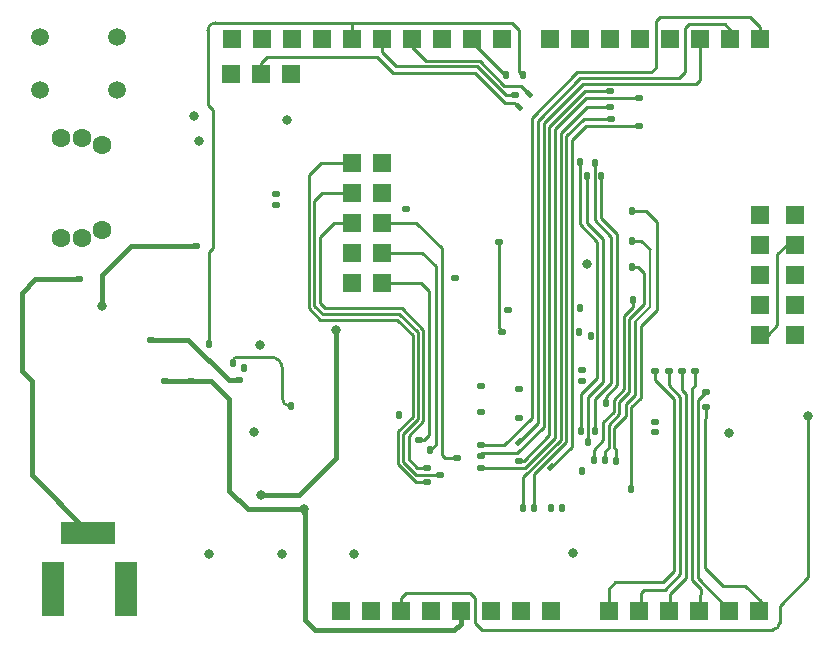
<source format=gbl>
G04 DesignSpark PCB Gerber Version 13.0 Build *
%FSLAX35Y35*%
%MOMM*%
%AMT26*0 Rounded Rectangle Pad at angle 0*4,1,32,-0.07500,-0.32500,0.07500,-0.32500,0.10830,-0.32120,0.13990,-0.31010,0.16830,-0.29220,0.19200,-0.26850,0.20980,-0.24010,0.22090,-0.20840,0.22500,-0.17500,0.22500,0.17500,0.22120,0.20830,0.21010,0.23990,0.19220,0.26830,0.16850,0.29200,0.14010,0.30980,0.10840,0.32090,0.07500,0.32500,-0.07500,0.32500,-0.10830,0.32120,-0.13990,0.31010,-0.16830,0.29220,-0.19200,0.26850,-0.20980,0.24010,-0.22090,0.20840,-0.22500,0.17500,-0.22500,-0.17500,-0.22120,-0.20830,-0.21010,-0.23990,-0.19220,-0.26830,-0.16850,-0.29200,-0.14010,-0.30980,-0.10840,-0.32090,-0.07500,-0.32500,0*%
%ADD26T26*%
%AMT29*0 Rounded Rectangle Pad at angle 0*4,1,20,-0.90000,-2.30000,0.90000,-2.30000,0.91910,-2.29610,0.93520,-2.28520,0.94590,-2.26900,0.95000,-2.25000,0.95000,2.25000,0.94610,2.26910,0.93520,2.28520,0.91900,2.29590,0.90000,2.30000,-0.90000,2.30000,-0.91910,2.29610,-0.93520,2.28520,-0.94590,2.26900,-0.95000,2.25000,-0.95000,-2.25000,-0.94610,-2.26910,-0.93520,-2.28520,-0.91900,-2.29590,-0.90000,-2.30000,0*%
%ADD29T29*%
%ADD77R,1.52400X1.52400*%
%ADD70C,0.20320*%
%ADD20C,0.25400*%
%ADD22C,0.38100*%
%ADD23C,0.81280*%
%AMT28*0 Rounded Rectangle Pad at angle 45*4,1,32,0.17670,-0.28280,0.28280,-0.17670,0.30370,-0.15040,0.31820,-0.12010,0.32560,-0.08730,0.32550,-0.05370,0.31790,-0.02100,0.30330,0.00910,0.28280,0.03530,0.03530,0.28280,0.00900,0.30370,-0.02120,0.31820,-0.05390,0.32560,-0.08740,0.32560,-0.12000,0.31810,-0.15020,0.30350,-0.17670,0.28280,-0.28280,0.17670,-0.30370,0.15040,-0.31820,0.12010,-0.32560,0.08730,-0.32550,0.05370,-0.31790,0.02100,-0.30330,-0.00910,-0.28280,-0.03530,-0.03530,-0.28280,-0.00900,-0.30370,0.02120,-0.31820,0.05390,-0.32560,0.08740,-0.32560,0.12000,-0.31810,0.15020,-0.30350,0.17670,-0.28280,0*%
%ADD28T28*%
%AMT25*0 Rounded Rectangle Pad at angle 90*4,1,32,0.32500,-0.07500,0.32500,0.07500,0.32120,0.10830,0.31010,0.13990,0.29220,0.16830,0.26850,0.19200,0.24010,0.20980,0.20840,0.22090,0.17500,0.22500,-0.17500,0.22500,-0.20830,0.22120,-0.23990,0.21010,-0.26830,0.19220,-0.29200,0.16850,-0.30980,0.14010,-0.32090,0.10840,-0.32500,0.07500,-0.32500,-0.07500,-0.32120,-0.10830,-0.31010,-0.13990,-0.29220,-0.16830,-0.26850,-0.19200,-0.24010,-0.20980,-0.20840,-0.22090,-0.17500,-0.22500,0.17500,-0.22500,0.20830,-0.22120,0.23990,-0.21010,0.26830,-0.19220,0.29200,-0.16850,0.30980,-0.14010,0.32090,-0.10840,0.32500,-0.07500,0*%
%ADD25T25*%
%AMT27*0 Rounded Rectangle Pad at angle 135*4,1,32,0.28280,0.17670,0.17670,0.28280,0.15040,0.30370,0.12010,0.31820,0.08730,0.32560,0.05370,0.32550,0.02100,0.31790,-0.00910,0.30330,-0.03530,0.28280,-0.28280,0.03530,-0.30370,0.00900,-0.31820,-0.02120,-0.32560,-0.05390,-0.32560,-0.08740,-0.31810,-0.12000,-0.30350,-0.15020,-0.28280,-0.17670,-0.17670,-0.28280,-0.15040,-0.30370,-0.12010,-0.31820,-0.08730,-0.32560,-0.05370,-0.32550,-0.02100,-0.31790,0.00910,-0.30330,0.03530,-0.28280,0.28280,-0.03530,0.30370,-0.00900,0.31820,0.02120,0.32560,0.05390,0.32560,0.08740,0.31810,0.12000,0.30350,0.15020,0.28280,0.17670,0*%
%ADD27T27*%
%AMT72*0 Rounded Rectangle Pad at angle 90*4,1,20,2.30000,-0.90000,2.30000,0.90000,2.29610,0.91910,2.28520,0.93520,2.26900,0.94590,2.25000,0.95000,-2.25000,0.95000,-2.26910,0.94610,-2.28520,0.93520,-2.29590,0.91900,-2.30000,0.90000,-2.30000,-0.90000,-2.29610,-0.91910,-2.28520,-0.93520,-2.26900,-0.94590,-2.25000,-0.95000,2.25000,-0.95000,2.26910,-0.94610,2.28520,-0.93520,2.29590,-0.91900,2.30000,-0.90000,0*%
%ADD72T72*%
%ADD94C,1.50000*%
%ADD85C,1.60000*%
X0Y0D02*
D02*
D70*
X47708050Y46362770D02*
Y45875070D01*
X47580750Y45747770D01*
D02*
D20*
X43975050Y45560270D02*
Y46337270D01*
X44010550Y46372770D01*
Y47540270D01*
X43965550Y47585270D01*
Y48215270D01*
G75*
G02*
X44030550Y48280270I65000J0D01*
G01*
X45214050D01*
X45215050Y48281270D01*
X45228050D01*
X44670550Y45035270D02*
X44658050D01*
G75*
G02*
X44598050Y45095270I0J60000D01*
G01*
Y45350270D01*
G75*
G03*
X44500550Y45447770I-97500J0D01*
G01*
X44217050D01*
G75*
G03*
X44177050Y45407770I0J-40000D01*
G01*
Y45402270D01*
X45186600Y48144000D02*
X45185550Y48255270D01*
Y48280270D01*
X45186600Y48281270D01*
X45228050D01*
X46541050D01*
X46601050Y48221270D01*
Y47859270D01*
X46627050Y47833270D01*
X46633050D01*
X45440600Y46077770D02*
X45773050D01*
X45840550Y46010270D01*
Y44790670D01*
X45795550Y44745670D01*
X45755550D01*
X45440600Y46331770D02*
X45781550D01*
X45895550Y46217770D01*
Y44707770D01*
X45848050Y44660270D01*
X45440600Y46585770D02*
X45732550D01*
X45948050Y46370270D01*
Y44617770D01*
X45975550Y44590270D01*
X46073050D01*
X45694600Y48144000D02*
Y48073720D01*
X45812050Y47956270D01*
X46267050D01*
X46477050Y47746270D01*
X46622050D01*
X46688050Y47680270D01*
X45823050Y44392770D02*
X45726350D01*
X45575150Y44543970D01*
Y44819070D01*
X45700150Y44944070D01*
Y45634370D01*
X45569250Y45765270D01*
X44919250D01*
X44822650Y45861870D01*
Y46987770D01*
X44928650Y47093770D01*
X45186600D01*
X45825550Y44510270D02*
X45737250D01*
X45665950Y44581570D01*
Y44781470D01*
X45790950Y44906470D01*
Y45678670D01*
X45606850Y45862770D01*
X44956850D01*
X44913450Y45906170D01*
Y46465270D01*
X45033950Y46585770D01*
X45186600D01*
X45930550Y44450270D02*
X45733050D01*
X45620550Y44562770D01*
Y44800270D01*
X45745550Y44925270D01*
Y45657770D01*
X45588050Y45815270D01*
X44938050D01*
X44868050Y45885270D01*
Y46770270D01*
X44937550Y46839770D01*
X45186600D01*
X46202600Y48144000D02*
Y48115720D01*
X46485050Y47833270D01*
X46491050D01*
X46460550Y45662770D02*
Y45667770D01*
X46428050Y45700270D01*
Y46420270D01*
X46568050Y47670270D02*
X46487050D01*
X46248050Y47909270D01*
X45560600D01*
X45440600Y48029270D01*
Y48144000D01*
X46598050Y47562770D02*
X46558050Y47602770D01*
X46483050D01*
X46230550Y47855270D01*
X45535550D01*
X45403050Y47987770D01*
X44469550D01*
X44419550Y47937770D01*
Y47847770D01*
X46875550Y44515270D02*
X47049950Y44689670D01*
Y47284670D01*
X47168050Y47402770D01*
X47621050D01*
X47128050Y44820270D02*
Y45132070D01*
X47265050Y45269070D01*
Y46170270D01*
X47265550Y46170770D01*
Y46422770D01*
X47115550Y46572770D01*
Y47097770D01*
X47188050Y44730270D02*
Y45113270D01*
X47315050Y45240270D01*
Y46122770D01*
X47315550Y46123270D01*
Y46445270D01*
X47178050Y46582770D01*
Y46977770D01*
X47248050Y44820270D02*
Y45096470D01*
X47383050Y45231470D01*
Y46465270D01*
X47240550Y46607770D01*
Y47095270D01*
X47338050Y45056270D02*
Y45113270D01*
X47433050Y45208270D01*
Y46490270D01*
X47298050Y46625270D01*
Y46977770D01*
X47361000Y43301000D02*
Y43485720D01*
X47415550Y43540270D01*
X47818050D01*
X47913050Y43635270D01*
Y45097040D01*
X47754820Y45255270D01*
Y45329270D01*
X47373050Y47567770D02*
X47177450D01*
X46953050Y47343370D01*
Y44748070D01*
X46637050Y44432070D01*
Y44170270D01*
X47373050Y47700270D02*
X47160550D01*
X46858050Y47397770D01*
Y44785670D01*
X46645150Y44572770D01*
X46603050D01*
X47378050Y47465270D02*
X47148050D01*
X47000550Y47317770D01*
Y44729270D01*
X46728050Y44456770D01*
Y44170270D01*
X47555550Y46212770D02*
X47608050D01*
X47663050Y46157770D01*
Y45895470D01*
X47535350Y45767770D01*
Y45154470D01*
X47450550Y45069670D01*
Y44967170D01*
X47360350Y44876970D01*
Y44682770D01*
X47328050Y44650470D01*
Y44575270D01*
X47555550Y46432770D02*
X47638050D01*
X47708050Y46362770D01*
X47555550Y46682770D02*
X47673050D01*
X47765550Y46590270D01*
Y45850270D01*
X47630550Y45715270D01*
Y45102770D01*
X47553050Y45025270D01*
Y44330270D01*
X47568050Y45932770D02*
Y45870870D01*
X47489950Y45792770D01*
Y45175370D01*
X47403050Y45088470D01*
Y44985970D01*
X47314950Y44897870D01*
Y44745270D01*
X47233050Y44663370D01*
Y44575270D01*
X47580750Y45747770D02*
Y45128570D01*
X47503050Y45050870D01*
Y44948370D01*
X47405750Y44851070D01*
Y44682770D01*
X47420550Y44667970D01*
Y44572770D01*
X47615000Y43301000D02*
X47634050D01*
Y43452770D01*
X47659050Y43477770D01*
X47837050D01*
X47968050Y43608770D01*
Y45114270D01*
X47869920Y45212400D01*
Y45329270D01*
X47621050Y47642270D02*
X47171850D01*
X46905550Y47375970D01*
Y44766870D01*
X46651450Y44512770D01*
X46278050D01*
X47869000Y43301000D02*
X47879050D01*
Y43441320D01*
X48015050Y43577320D01*
Y45135270D01*
X47980010Y45170310D01*
Y45329270D01*
X47985010D01*
X48123000Y43301000D02*
X48138000Y43484860D01*
X48063050Y43559810D01*
Y45180270D01*
X48092050Y45209270D01*
Y45329270D01*
X48135050Y48140270D02*
Y47798270D01*
X48097050Y47760270D01*
X47139450D01*
X46810550Y47431370D01*
Y44855270D01*
X46588050Y44632770D01*
X46280550D01*
Y44607770D01*
X48184050Y45030270D02*
Y44934270D01*
X48174050Y44924270D01*
Y43659270D01*
X48326050Y43507270D01*
X48518050D01*
X48646000Y43379320D01*
X48631000Y43301000D01*
X48377000D02*
X48391320D01*
X48115050Y43577270D01*
Y45086270D01*
X48185050Y45156270D01*
Y45155270D01*
X48184050D01*
X48389050Y48140270D02*
Y48220270D01*
X48344050Y48265270D01*
X48041050D01*
X48008050Y48232270D01*
Y47858770D01*
X47959550Y47810270D01*
X47120550D01*
X46760550Y47450270D01*
Y44887770D01*
X46603050Y44730270D01*
X48643050Y48140270D02*
Y48242270D01*
X48559050Y48326270D01*
X47792050D01*
X47758050Y48292270D01*
Y47897270D01*
X47721050Y47860270D01*
X47095300D01*
X46708050Y47473020D01*
Y44932770D01*
X46478050Y44702770D01*
X46280550D01*
X48942050Y46401270D02*
X48869050D01*
X48789050Y46321270D01*
Y45719270D01*
X48709050Y45639270D01*
X48641050D01*
X49048050Y44950270D02*
Y43582770D01*
X48808050Y43342770D01*
Y43200270D01*
G75*
G02*
X48748050Y43140270I-60000J0D01*
G01*
X46285550D01*
X46230550Y43195270D01*
Y43405270D01*
X46185550Y43450270D01*
X45640550D01*
X45598000Y43407720D01*
Y43301000D01*
D02*
D22*
X42955050Y43958270D02*
Y43966270D01*
X42475050Y44446270D01*
Y45246270D01*
X42394050Y45327270D01*
Y45994270D01*
X42506050Y46106270D01*
X42878050D01*
X43070050Y45882270D02*
Y46142270D01*
X43320050Y46392270D01*
X43861050D01*
X43863050Y46390270D01*
X43482050Y45597270D02*
X43802550D01*
X44148050Y45251770D01*
X44232050D01*
X43820550Y45247770D02*
X43600550D01*
X43820550D02*
X43992550D01*
X44148050Y45092270D01*
Y44314270D01*
X44303050Y44159270D01*
X44785050D01*
X45051050Y45675270D02*
Y44592270D01*
X44738050Y44279270D01*
X44415050D01*
X46106000Y43301000D02*
Y43188220D01*
X46053050Y43135270D01*
X44873050D01*
X44788050Y43220270D01*
Y44126270D01*
X44785050Y44129270D01*
Y44159270D01*
D02*
D23*
X43070050Y45882270D03*
X43853050Y47492270D03*
X43893050Y47281270D03*
X43979050Y43778270D03*
X44355550Y44810970D03*
X44411050Y45549270D03*
X44415050Y44279270D03*
X44596050Y43778270D03*
X44638050Y47457770D03*
X44785050Y44159270D03*
X45051050Y45675270D03*
X45206050Y43778270D03*
X47057050Y43791270D03*
X47175550Y46235270D03*
X48377050Y44806270D03*
X49048050Y44950270D03*
D02*
D25*
X42878050Y46106270D03*
X43482050Y45597270D03*
X43600550Y45247770D03*
X43820550D03*
X43863050Y46390270D03*
X44232050Y45251770D03*
X44545550Y46732770D03*
Y46827770D03*
X45640550Y46705270D03*
X45755550Y44745670D03*
X45823050Y44392770D03*
X45825550Y44510270D03*
X45930550Y44450270D03*
X46055550Y46122270D03*
X46073050Y44590270D03*
X46278050Y44512770D03*
Y44980270D03*
X46280550Y44607770D03*
Y44702770D03*
X46283050Y45200270D03*
X46428050Y46420270D03*
X46460550Y45662770D03*
X46508050Y45850270D03*
X46568050Y47670270D03*
X46598050Y44931270D03*
Y45181270D03*
X46603050Y44572770D03*
X47134050Y45245270D03*
X47137050Y45337770D03*
X47373050Y47567770D03*
Y47700270D03*
X47378050Y47465270D03*
X47621050Y47402770D03*
Y47642270D03*
X47754820Y44818270D03*
Y44895270D03*
Y45329270D03*
X47869920D03*
X47985010D03*
X48092050D03*
X48184050Y45030270D03*
Y45155270D03*
D02*
D26*
X43975050Y45560270D03*
X44177050Y45402270D03*
X44275050Y45353270D03*
X44670550Y45035270D03*
X45583050Y44960270D03*
X45848050Y44660270D03*
X46491050Y47833270D03*
X46633050D03*
X46637050Y44170270D03*
X46728050D03*
X46872480D03*
X46965050D03*
X47113050Y45662770D03*
X47115550Y47097770D03*
X47118050Y45865270D03*
X47128050Y44820270D03*
X47137050Y44486270D03*
X47178050Y46977770D03*
X47188050Y44730270D03*
X47208050Y45630270D03*
X47233050Y44575270D03*
X47240550Y47095270D03*
X47248050Y44820270D03*
X47298050Y46977770D03*
X47328050Y44575270D03*
X47338050Y45056270D03*
X47420550Y44572770D03*
X47553050Y44330270D03*
X47555550Y46212770D03*
Y46432770D03*
Y46682770D03*
X47568050Y45932770D03*
D02*
D27*
X46603050Y44730270D03*
X46875550Y44515270D03*
D02*
D28*
X46598050Y47562770D03*
X46688050Y47680270D03*
D02*
D29*
X42655050Y43488270D03*
X43275050D03*
D02*
D72*
X42955050Y43958270D03*
D02*
D77*
X44165550Y47847770D03*
X44170600Y48144000D03*
X44419550Y47847770D03*
X44424600Y48144000D03*
X44673550Y47847770D03*
X44678600Y48144000D03*
X44932600D03*
X45090000Y43301000D03*
X45186600Y46077770D03*
Y46331770D03*
Y46585770D03*
Y46839770D03*
Y47093770D03*
Y48144000D03*
X45344000Y43301000D03*
X45440600Y46077770D03*
Y46331770D03*
Y46585770D03*
Y46839770D03*
Y47093770D03*
Y48144000D03*
X45598000Y43301000D03*
X45694600Y48144000D03*
X45852000Y43301000D03*
X45948600Y48144000D03*
X46106000Y43301000D03*
X46202600Y48144000D03*
X46360000Y43301000D03*
X46456600Y48144000D03*
X46614000Y43301000D03*
X46865050Y48140270D03*
X46868000Y43301000D03*
X47119050Y48140270D03*
X47361000Y43301000D03*
X47373050Y48140270D03*
X47615000Y43301000D03*
X47627050Y48140270D03*
X47869000Y43301000D03*
X47881050Y48140270D03*
X48123000Y43301000D03*
X48135050Y48140270D03*
X48377000Y43301000D03*
X48389050Y48140270D03*
X48631000Y43301000D03*
X48641050Y45639270D03*
Y45893270D03*
Y46147270D03*
Y46401270D03*
Y46655270D03*
X48643050Y48140270D03*
X48942050Y45639270D03*
Y45893270D03*
Y46147270D03*
Y46401270D03*
Y46655270D03*
D02*
D85*
X42725550Y46460270D03*
Y47305270D03*
X42900550Y46460270D03*
Y47305270D03*
X43070550Y46522770D03*
Y47242770D03*
D02*
D94*
X42546050Y47710270D03*
Y48160270D03*
X43196050Y47710270D03*
Y48160270D03*
X0Y0D02*
M02*

</source>
